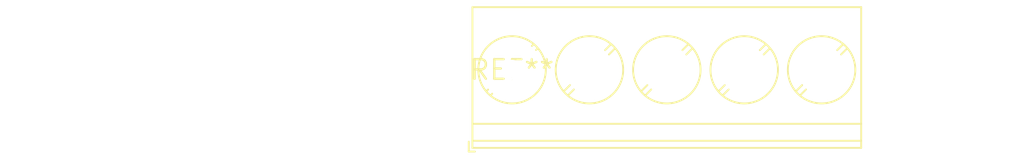
<source format=kicad_pcb>
(kicad_pcb (version 20240108) (generator pcbnew)
  (layers (0 "F.Cu" signal) (31 "B.Cu" signal) (34 "B.Paste" user) (35 "F.Paste" user) (36 "B.SilkS" user "B.Silkscreen") (37 "F.SilkS" user "F.Silkscreen") (38 "B.Mask" user) (39 "F.Mask" user) (44 "Edge.Cuts" user))
  (net 0 "")
  (footprint "TerminalBlock_Phoenix_PT-1,5-5-5.0-H_1x05_P5.00mm_Horizontal" (layer "F.Cu") (at 0 0)
    (property "Reference" "REF**")
    (property "Value" "TerminalBlock_Phoenix_PT-1,5-5-5.0-H_1x05_P5.00mm_Horizontal")
    (fp_line (start -2.8 4.66) (end -2.8 5.3) (layer "F.SilkS") (stroke (width 0.12)))
    (fp_line (start -2.8 5.3) (end -2.4 5.3) (layer "F.SilkS") (stroke (width 0.12)))
    (fp_line (start -2.56 -4.06) (end -2.56 5.06) (layer "F.SilkS") (stroke (width 0.12)))
    (fp_line (start -2.56 -4.06) (end 22.56 -4.06) (layer "F.SilkS") (stroke (width 0.12)))
    (fp_line (start -2.56 3.5) (end 22.56 3.5) (layer "F.SilkS") (stroke (width 0.12)))
    (fp_line (start -2.56 4.6) (end 22.56 4.6) (layer "F.SilkS") (stroke (width 0.12)))
    (fp_line (start -2.56 5.06) (end 22.56 5.06) (layer "F.SilkS") (stroke (width 0.12)))
    (fp_line (start -1.548 1.281) (end -1.654 1.388) (layer "F.SilkS") (stroke (width 0.12)))
    (fp_line (start -1.282 1.547) (end -1.388 1.654) (layer "F.SilkS") (stroke (width 0.12)))
    (fp_line (start 1.388 -1.654) (end 1.281 -1.547) (layer "F.SilkS") (stroke (width 0.12)))
    (fp_line (start 1.654 -1.388) (end 1.547 -1.281) (layer "F.SilkS") (stroke (width 0.12)))
    (fp_line (start 3.742 0.992) (end 3.347 1.388) (layer "F.SilkS") (stroke (width 0.12)))
    (fp_line (start 3.993 1.274) (end 3.613 1.654) (layer "F.SilkS") (stroke (width 0.12)))
    (fp_line (start 6.388 -1.654) (end 6.008 -1.274) (layer "F.SilkS") (stroke (width 0.12)))
    (fp_line (start 6.654 -1.388) (end 6.259 -0.992) (layer "F.SilkS") (stroke (width 0.12)))
    (fp_line (start 8.742 0.992) (end 8.347 1.388) (layer "F.SilkS") (stroke (width 0.12)))
    (fp_line (start 8.993 1.274) (end 8.613 1.654) (layer "F.SilkS") (stroke (width 0.12)))
    (fp_line (start 11.388 -1.654) (end 11.008 -1.274) (layer "F.SilkS") (stroke (width 0.12)))
    (fp_line (start 11.654 -1.388) (end 11.259 -0.992) (layer "F.SilkS") (stroke (width 0.12)))
    (fp_line (start 13.742 0.992) (end 13.347 1.388) (layer "F.SilkS") (stroke (width 0.12)))
    (fp_line (start 13.993 1.274) (end 13.613 1.654) (layer "F.SilkS") (stroke (width 0.12)))
    (fp_line (start 16.388 -1.654) (end 16.008 -1.274) (layer "F.SilkS") (stroke (width 0.12)))
    (fp_line (start 16.654 -1.388) (end 16.259 -0.992) (layer "F.SilkS") (stroke (width 0.12)))
    (fp_line (start 18.742 0.992) (end 18.347 1.388) (layer "F.SilkS") (stroke (width 0.12)))
    (fp_line (start 18.993 1.274) (end 18.613 1.654) (layer "F.SilkS") (stroke (width 0.12)))
    (fp_line (start 21.388 -1.654) (end 21.008 -1.274) (layer "F.SilkS") (stroke (width 0.12)))
    (fp_line (start 21.654 -1.388) (end 21.259 -0.992) (layer "F.SilkS") (stroke (width 0.12)))
    (fp_line (start 22.56 -4.06) (end 22.56 5.06) (layer "F.SilkS") (stroke (width 0.12)))
    (fp_circle (center 0 0) (end 2.18 0) (layer "F.SilkS") (stroke (width 0.12)) (fill none))
    (fp_circle (center 5 0) (end 7.18 0) (layer "F.SilkS") (stroke (width 0.12)) (fill none))
    (fp_circle (center 10 0) (end 12.18 0) (layer "F.SilkS") (stroke (width 0.12)) (fill none))
    (fp_circle (center 15 0) (end 17.18 0) (layer "F.SilkS") (stroke (width 0.12)) (fill none))
    (fp_circle (center 20 0) (end 22.18 0) (layer "F.SilkS") (stroke (width 0.12)) (fill none))
    (pad "1" thru_hole rect (at 0 0) (size 2.6 2.6) (drill 1.3) (layers *.Cu *.Mask) (remove_unused_layers))
    (pad "2" thru_hole circle (at 5 0) (size 2.6 2.6) (drill 1.3) (layers *.Cu *.Mask) (remove_unused_layers))
    (pad "3" thru_hole circle (at 10 0) (size 2.6 2.6) (drill 1.3) (layers *.Cu *.Mask) (remove_unused_layers))
    (pad "4" thru_hole circle (at 15 0) (size 2.6 2.6) (drill 1.3) (layers *.Cu *.Mask) (remove_unused_layers))
    (pad "5" thru_hole circle (at 20 0) (size 2.6 2.6) (drill 1.3) (layers *.Cu *.Mask) (remove_unused_layers))
  )
)
</source>
